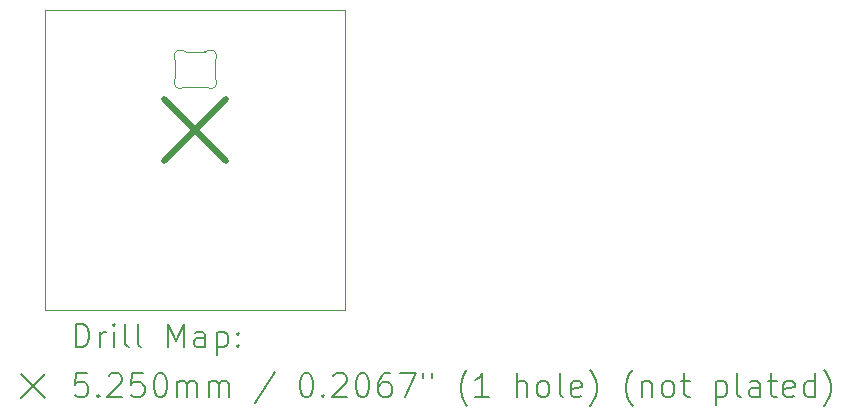
<source format=gbr>
%TF.GenerationSoftware,KiCad,Pcbnew,8.0.5+dfsg-1*%
%TF.CreationDate,2024-10-30T23:40:19+01:00*%
%TF.ProjectId,raddr,72616464-722e-46b6-9963-61645f706362,rev?*%
%TF.SameCoordinates,Original*%
%TF.FileFunction,Drillmap*%
%TF.FilePolarity,Positive*%
%FSLAX45Y45*%
G04 Gerber Fmt 4.5, Leading zero omitted, Abs format (unit mm)*
G04 Created by KiCad (PCBNEW 8.0.5+dfsg-1) date 2024-10-30 23:40:19*
%MOMM*%
%LPD*%
G01*
G04 APERTURE LIST*
%ADD10C,0.050000*%
%ADD11C,0.100000*%
%ADD12C,0.200000*%
%ADD13C,0.525000*%
G04 APERTURE END LIST*
D10*
X-381000Y508000D02*
X2159000Y508000D01*
X2159000Y-2032000D01*
X-381000Y-2032000D01*
X-381000Y508000D01*
D11*
X719000Y77904D02*
X719000Y-62664D01*
X809555Y-142380D02*
X968445Y-142380D01*
X968445Y157620D02*
X809555Y157620D01*
X1059000Y-62664D02*
X1059000Y77904D01*
X714052Y99592D02*
G75*
G02*
X719000Y77904I-44982J-21672D01*
G01*
X714052Y99592D02*
G75*
G02*
X784329Y164450I45051J21688D01*
G01*
X719000Y-62664D02*
G75*
G02*
X714052Y-84352I-50020J4D01*
G01*
X784329Y-149210D02*
G75*
G02*
X714052Y-84352I-25226J43170D01*
G01*
X784329Y-149210D02*
G75*
G02*
X809555Y-142380I25226J-43171D01*
G01*
X809555Y157620D02*
G75*
G02*
X784329Y164450I0J50001D01*
G01*
X968445Y-142380D02*
G75*
G02*
X993671Y-149210I0J-50001D01*
G01*
X993671Y164450D02*
G75*
G02*
X968445Y157620I-25226J43171D01*
G01*
X993671Y164450D02*
G75*
G02*
X1063948Y99592I25226J-43170D01*
G01*
X1059000Y77904D02*
G75*
G02*
X1063948Y99592I49999J0D01*
G01*
X1063948Y-84352D02*
G75*
G02*
X993671Y-149210I-45052J-21688D01*
G01*
X1063948Y-84352D02*
G75*
G02*
X1059000Y-62664I45051J21688D01*
G01*
D12*
D13*
X626500Y-245500D02*
X1151500Y-770500D01*
X1151500Y-245500D02*
X626500Y-770500D01*
D12*
X-122723Y-2345984D02*
X-122723Y-2145984D01*
X-122723Y-2145984D02*
X-75104Y-2145984D01*
X-75104Y-2145984D02*
X-46533Y-2155508D01*
X-46533Y-2155508D02*
X-27485Y-2174555D01*
X-27485Y-2174555D02*
X-17961Y-2193603D01*
X-17961Y-2193603D02*
X-8437Y-2231698D01*
X-8437Y-2231698D02*
X-8437Y-2260270D01*
X-8437Y-2260270D02*
X-17961Y-2298365D01*
X-17961Y-2298365D02*
X-27485Y-2317412D01*
X-27485Y-2317412D02*
X-46533Y-2336460D01*
X-46533Y-2336460D02*
X-75104Y-2345984D01*
X-75104Y-2345984D02*
X-122723Y-2345984D01*
X77277Y-2345984D02*
X77277Y-2212650D01*
X77277Y-2250746D02*
X86801Y-2231698D01*
X86801Y-2231698D02*
X96324Y-2222174D01*
X96324Y-2222174D02*
X115372Y-2212650D01*
X115372Y-2212650D02*
X134420Y-2212650D01*
X201086Y-2345984D02*
X201086Y-2212650D01*
X201086Y-2145984D02*
X191562Y-2155508D01*
X191562Y-2155508D02*
X201086Y-2165031D01*
X201086Y-2165031D02*
X210610Y-2155508D01*
X210610Y-2155508D02*
X201086Y-2145984D01*
X201086Y-2145984D02*
X201086Y-2165031D01*
X324896Y-2345984D02*
X305848Y-2336460D01*
X305848Y-2336460D02*
X296324Y-2317412D01*
X296324Y-2317412D02*
X296324Y-2145984D01*
X429658Y-2345984D02*
X410610Y-2336460D01*
X410610Y-2336460D02*
X401086Y-2317412D01*
X401086Y-2317412D02*
X401086Y-2145984D01*
X658229Y-2345984D02*
X658229Y-2145984D01*
X658229Y-2145984D02*
X724896Y-2288841D01*
X724896Y-2288841D02*
X791562Y-2145984D01*
X791562Y-2145984D02*
X791562Y-2345984D01*
X972515Y-2345984D02*
X972515Y-2241222D01*
X972515Y-2241222D02*
X962991Y-2222174D01*
X962991Y-2222174D02*
X943943Y-2212650D01*
X943943Y-2212650D02*
X905848Y-2212650D01*
X905848Y-2212650D02*
X886801Y-2222174D01*
X972515Y-2336460D02*
X953467Y-2345984D01*
X953467Y-2345984D02*
X905848Y-2345984D01*
X905848Y-2345984D02*
X886801Y-2336460D01*
X886801Y-2336460D02*
X877277Y-2317412D01*
X877277Y-2317412D02*
X877277Y-2298365D01*
X877277Y-2298365D02*
X886801Y-2279317D01*
X886801Y-2279317D02*
X905848Y-2269793D01*
X905848Y-2269793D02*
X953467Y-2269793D01*
X953467Y-2269793D02*
X972515Y-2260270D01*
X1067753Y-2212650D02*
X1067753Y-2412650D01*
X1067753Y-2222174D02*
X1086801Y-2212650D01*
X1086801Y-2212650D02*
X1124896Y-2212650D01*
X1124896Y-2212650D02*
X1143944Y-2222174D01*
X1143944Y-2222174D02*
X1153467Y-2231698D01*
X1153467Y-2231698D02*
X1162991Y-2250746D01*
X1162991Y-2250746D02*
X1162991Y-2307889D01*
X1162991Y-2307889D02*
X1153467Y-2326936D01*
X1153467Y-2326936D02*
X1143944Y-2336460D01*
X1143944Y-2336460D02*
X1124896Y-2345984D01*
X1124896Y-2345984D02*
X1086801Y-2345984D01*
X1086801Y-2345984D02*
X1067753Y-2336460D01*
X1248705Y-2326936D02*
X1258229Y-2336460D01*
X1258229Y-2336460D02*
X1248705Y-2345984D01*
X1248705Y-2345984D02*
X1239182Y-2336460D01*
X1239182Y-2336460D02*
X1248705Y-2326936D01*
X1248705Y-2326936D02*
X1248705Y-2345984D01*
X1248705Y-2222174D02*
X1258229Y-2231698D01*
X1258229Y-2231698D02*
X1248705Y-2241222D01*
X1248705Y-2241222D02*
X1239182Y-2231698D01*
X1239182Y-2231698D02*
X1248705Y-2222174D01*
X1248705Y-2222174D02*
X1248705Y-2241222D01*
X-583500Y-2574500D02*
X-383500Y-2774500D01*
X-383500Y-2574500D02*
X-583500Y-2774500D01*
X-27485Y-2565984D02*
X-122723Y-2565984D01*
X-122723Y-2565984D02*
X-132247Y-2661222D01*
X-132247Y-2661222D02*
X-122723Y-2651698D01*
X-122723Y-2651698D02*
X-103675Y-2642174D01*
X-103675Y-2642174D02*
X-56056Y-2642174D01*
X-56056Y-2642174D02*
X-37009Y-2651698D01*
X-37009Y-2651698D02*
X-27485Y-2661222D01*
X-27485Y-2661222D02*
X-17961Y-2680270D01*
X-17961Y-2680270D02*
X-17961Y-2727889D01*
X-17961Y-2727889D02*
X-27485Y-2746936D01*
X-27485Y-2746936D02*
X-37009Y-2756460D01*
X-37009Y-2756460D02*
X-56056Y-2765984D01*
X-56056Y-2765984D02*
X-103675Y-2765984D01*
X-103675Y-2765984D02*
X-122723Y-2756460D01*
X-122723Y-2756460D02*
X-132247Y-2746936D01*
X67753Y-2746936D02*
X77277Y-2756460D01*
X77277Y-2756460D02*
X67753Y-2765984D01*
X67753Y-2765984D02*
X58229Y-2756460D01*
X58229Y-2756460D02*
X67753Y-2746936D01*
X67753Y-2746936D02*
X67753Y-2765984D01*
X153467Y-2585031D02*
X162991Y-2575508D01*
X162991Y-2575508D02*
X182039Y-2565984D01*
X182039Y-2565984D02*
X229658Y-2565984D01*
X229658Y-2565984D02*
X248705Y-2575508D01*
X248705Y-2575508D02*
X258229Y-2585031D01*
X258229Y-2585031D02*
X267753Y-2604079D01*
X267753Y-2604079D02*
X267753Y-2623127D01*
X267753Y-2623127D02*
X258229Y-2651698D01*
X258229Y-2651698D02*
X143944Y-2765984D01*
X143944Y-2765984D02*
X267753Y-2765984D01*
X448705Y-2565984D02*
X353467Y-2565984D01*
X353467Y-2565984D02*
X343944Y-2661222D01*
X343944Y-2661222D02*
X353467Y-2651698D01*
X353467Y-2651698D02*
X372515Y-2642174D01*
X372515Y-2642174D02*
X420134Y-2642174D01*
X420134Y-2642174D02*
X439182Y-2651698D01*
X439182Y-2651698D02*
X448705Y-2661222D01*
X448705Y-2661222D02*
X458229Y-2680270D01*
X458229Y-2680270D02*
X458229Y-2727889D01*
X458229Y-2727889D02*
X448705Y-2746936D01*
X448705Y-2746936D02*
X439182Y-2756460D01*
X439182Y-2756460D02*
X420134Y-2765984D01*
X420134Y-2765984D02*
X372515Y-2765984D01*
X372515Y-2765984D02*
X353467Y-2756460D01*
X353467Y-2756460D02*
X343944Y-2746936D01*
X582039Y-2565984D02*
X601086Y-2565984D01*
X601086Y-2565984D02*
X620134Y-2575508D01*
X620134Y-2575508D02*
X629658Y-2585031D01*
X629658Y-2585031D02*
X639182Y-2604079D01*
X639182Y-2604079D02*
X648705Y-2642174D01*
X648705Y-2642174D02*
X648705Y-2689793D01*
X648705Y-2689793D02*
X639182Y-2727889D01*
X639182Y-2727889D02*
X629658Y-2746936D01*
X629658Y-2746936D02*
X620134Y-2756460D01*
X620134Y-2756460D02*
X601086Y-2765984D01*
X601086Y-2765984D02*
X582039Y-2765984D01*
X582039Y-2765984D02*
X562991Y-2756460D01*
X562991Y-2756460D02*
X553467Y-2746936D01*
X553467Y-2746936D02*
X543944Y-2727889D01*
X543944Y-2727889D02*
X534420Y-2689793D01*
X534420Y-2689793D02*
X534420Y-2642174D01*
X534420Y-2642174D02*
X543944Y-2604079D01*
X543944Y-2604079D02*
X553467Y-2585031D01*
X553467Y-2585031D02*
X562991Y-2575508D01*
X562991Y-2575508D02*
X582039Y-2565984D01*
X734420Y-2765984D02*
X734420Y-2632650D01*
X734420Y-2651698D02*
X743943Y-2642174D01*
X743943Y-2642174D02*
X762991Y-2632650D01*
X762991Y-2632650D02*
X791563Y-2632650D01*
X791563Y-2632650D02*
X810610Y-2642174D01*
X810610Y-2642174D02*
X820134Y-2661222D01*
X820134Y-2661222D02*
X820134Y-2765984D01*
X820134Y-2661222D02*
X829658Y-2642174D01*
X829658Y-2642174D02*
X848705Y-2632650D01*
X848705Y-2632650D02*
X877277Y-2632650D01*
X877277Y-2632650D02*
X896324Y-2642174D01*
X896324Y-2642174D02*
X905848Y-2661222D01*
X905848Y-2661222D02*
X905848Y-2765984D01*
X1001086Y-2765984D02*
X1001086Y-2632650D01*
X1001086Y-2651698D02*
X1010610Y-2642174D01*
X1010610Y-2642174D02*
X1029658Y-2632650D01*
X1029658Y-2632650D02*
X1058229Y-2632650D01*
X1058229Y-2632650D02*
X1077277Y-2642174D01*
X1077277Y-2642174D02*
X1086801Y-2661222D01*
X1086801Y-2661222D02*
X1086801Y-2765984D01*
X1086801Y-2661222D02*
X1096325Y-2642174D01*
X1096325Y-2642174D02*
X1115372Y-2632650D01*
X1115372Y-2632650D02*
X1143944Y-2632650D01*
X1143944Y-2632650D02*
X1162991Y-2642174D01*
X1162991Y-2642174D02*
X1172515Y-2661222D01*
X1172515Y-2661222D02*
X1172515Y-2765984D01*
X1562991Y-2556460D02*
X1391563Y-2813603D01*
X1820134Y-2565984D02*
X1839182Y-2565984D01*
X1839182Y-2565984D02*
X1858229Y-2575508D01*
X1858229Y-2575508D02*
X1867753Y-2585031D01*
X1867753Y-2585031D02*
X1877277Y-2604079D01*
X1877277Y-2604079D02*
X1886801Y-2642174D01*
X1886801Y-2642174D02*
X1886801Y-2689793D01*
X1886801Y-2689793D02*
X1877277Y-2727889D01*
X1877277Y-2727889D02*
X1867753Y-2746936D01*
X1867753Y-2746936D02*
X1858229Y-2756460D01*
X1858229Y-2756460D02*
X1839182Y-2765984D01*
X1839182Y-2765984D02*
X1820134Y-2765984D01*
X1820134Y-2765984D02*
X1801086Y-2756460D01*
X1801086Y-2756460D02*
X1791563Y-2746936D01*
X1791563Y-2746936D02*
X1782039Y-2727889D01*
X1782039Y-2727889D02*
X1772515Y-2689793D01*
X1772515Y-2689793D02*
X1772515Y-2642174D01*
X1772515Y-2642174D02*
X1782039Y-2604079D01*
X1782039Y-2604079D02*
X1791563Y-2585031D01*
X1791563Y-2585031D02*
X1801086Y-2575508D01*
X1801086Y-2575508D02*
X1820134Y-2565984D01*
X1972515Y-2746936D02*
X1982039Y-2756460D01*
X1982039Y-2756460D02*
X1972515Y-2765984D01*
X1972515Y-2765984D02*
X1962991Y-2756460D01*
X1962991Y-2756460D02*
X1972515Y-2746936D01*
X1972515Y-2746936D02*
X1972515Y-2765984D01*
X2058229Y-2585031D02*
X2067753Y-2575508D01*
X2067753Y-2575508D02*
X2086801Y-2565984D01*
X2086801Y-2565984D02*
X2134420Y-2565984D01*
X2134420Y-2565984D02*
X2153468Y-2575508D01*
X2153468Y-2575508D02*
X2162991Y-2585031D01*
X2162991Y-2585031D02*
X2172515Y-2604079D01*
X2172515Y-2604079D02*
X2172515Y-2623127D01*
X2172515Y-2623127D02*
X2162991Y-2651698D01*
X2162991Y-2651698D02*
X2048706Y-2765984D01*
X2048706Y-2765984D02*
X2172515Y-2765984D01*
X2296325Y-2565984D02*
X2315372Y-2565984D01*
X2315372Y-2565984D02*
X2334420Y-2575508D01*
X2334420Y-2575508D02*
X2343944Y-2585031D01*
X2343944Y-2585031D02*
X2353468Y-2604079D01*
X2353468Y-2604079D02*
X2362991Y-2642174D01*
X2362991Y-2642174D02*
X2362991Y-2689793D01*
X2362991Y-2689793D02*
X2353468Y-2727889D01*
X2353468Y-2727889D02*
X2343944Y-2746936D01*
X2343944Y-2746936D02*
X2334420Y-2756460D01*
X2334420Y-2756460D02*
X2315372Y-2765984D01*
X2315372Y-2765984D02*
X2296325Y-2765984D01*
X2296325Y-2765984D02*
X2277277Y-2756460D01*
X2277277Y-2756460D02*
X2267753Y-2746936D01*
X2267753Y-2746936D02*
X2258229Y-2727889D01*
X2258229Y-2727889D02*
X2248706Y-2689793D01*
X2248706Y-2689793D02*
X2248706Y-2642174D01*
X2248706Y-2642174D02*
X2258229Y-2604079D01*
X2258229Y-2604079D02*
X2267753Y-2585031D01*
X2267753Y-2585031D02*
X2277277Y-2575508D01*
X2277277Y-2575508D02*
X2296325Y-2565984D01*
X2534420Y-2565984D02*
X2496325Y-2565984D01*
X2496325Y-2565984D02*
X2477277Y-2575508D01*
X2477277Y-2575508D02*
X2467753Y-2585031D01*
X2467753Y-2585031D02*
X2448706Y-2613603D01*
X2448706Y-2613603D02*
X2439182Y-2651698D01*
X2439182Y-2651698D02*
X2439182Y-2727889D01*
X2439182Y-2727889D02*
X2448706Y-2746936D01*
X2448706Y-2746936D02*
X2458229Y-2756460D01*
X2458229Y-2756460D02*
X2477277Y-2765984D01*
X2477277Y-2765984D02*
X2515372Y-2765984D01*
X2515372Y-2765984D02*
X2534420Y-2756460D01*
X2534420Y-2756460D02*
X2543944Y-2746936D01*
X2543944Y-2746936D02*
X2553468Y-2727889D01*
X2553468Y-2727889D02*
X2553468Y-2680270D01*
X2553468Y-2680270D02*
X2543944Y-2661222D01*
X2543944Y-2661222D02*
X2534420Y-2651698D01*
X2534420Y-2651698D02*
X2515372Y-2642174D01*
X2515372Y-2642174D02*
X2477277Y-2642174D01*
X2477277Y-2642174D02*
X2458229Y-2651698D01*
X2458229Y-2651698D02*
X2448706Y-2661222D01*
X2448706Y-2661222D02*
X2439182Y-2680270D01*
X2620134Y-2565984D02*
X2753468Y-2565984D01*
X2753468Y-2565984D02*
X2667753Y-2765984D01*
X2820134Y-2565984D02*
X2820134Y-2604079D01*
X2896325Y-2565984D02*
X2896325Y-2604079D01*
X3191563Y-2842174D02*
X3182039Y-2832650D01*
X3182039Y-2832650D02*
X3162991Y-2804079D01*
X3162991Y-2804079D02*
X3153468Y-2785031D01*
X3153468Y-2785031D02*
X3143944Y-2756460D01*
X3143944Y-2756460D02*
X3134420Y-2708841D01*
X3134420Y-2708841D02*
X3134420Y-2670746D01*
X3134420Y-2670746D02*
X3143944Y-2623127D01*
X3143944Y-2623127D02*
X3153468Y-2594555D01*
X3153468Y-2594555D02*
X3162991Y-2575508D01*
X3162991Y-2575508D02*
X3182039Y-2546936D01*
X3182039Y-2546936D02*
X3191563Y-2537412D01*
X3372515Y-2765984D02*
X3258229Y-2765984D01*
X3315372Y-2765984D02*
X3315372Y-2565984D01*
X3315372Y-2565984D02*
X3296325Y-2594555D01*
X3296325Y-2594555D02*
X3277277Y-2613603D01*
X3277277Y-2613603D02*
X3258229Y-2623127D01*
X3610610Y-2765984D02*
X3610610Y-2565984D01*
X3696325Y-2765984D02*
X3696325Y-2661222D01*
X3696325Y-2661222D02*
X3686801Y-2642174D01*
X3686801Y-2642174D02*
X3667753Y-2632650D01*
X3667753Y-2632650D02*
X3639182Y-2632650D01*
X3639182Y-2632650D02*
X3620134Y-2642174D01*
X3620134Y-2642174D02*
X3610610Y-2651698D01*
X3820134Y-2765984D02*
X3801087Y-2756460D01*
X3801087Y-2756460D02*
X3791563Y-2746936D01*
X3791563Y-2746936D02*
X3782039Y-2727889D01*
X3782039Y-2727889D02*
X3782039Y-2670746D01*
X3782039Y-2670746D02*
X3791563Y-2651698D01*
X3791563Y-2651698D02*
X3801087Y-2642174D01*
X3801087Y-2642174D02*
X3820134Y-2632650D01*
X3820134Y-2632650D02*
X3848706Y-2632650D01*
X3848706Y-2632650D02*
X3867753Y-2642174D01*
X3867753Y-2642174D02*
X3877277Y-2651698D01*
X3877277Y-2651698D02*
X3886801Y-2670746D01*
X3886801Y-2670746D02*
X3886801Y-2727889D01*
X3886801Y-2727889D02*
X3877277Y-2746936D01*
X3877277Y-2746936D02*
X3867753Y-2756460D01*
X3867753Y-2756460D02*
X3848706Y-2765984D01*
X3848706Y-2765984D02*
X3820134Y-2765984D01*
X4001087Y-2765984D02*
X3982039Y-2756460D01*
X3982039Y-2756460D02*
X3972515Y-2737412D01*
X3972515Y-2737412D02*
X3972515Y-2565984D01*
X4153468Y-2756460D02*
X4134420Y-2765984D01*
X4134420Y-2765984D02*
X4096325Y-2765984D01*
X4096325Y-2765984D02*
X4077277Y-2756460D01*
X4077277Y-2756460D02*
X4067753Y-2737412D01*
X4067753Y-2737412D02*
X4067753Y-2661222D01*
X4067753Y-2661222D02*
X4077277Y-2642174D01*
X4077277Y-2642174D02*
X4096325Y-2632650D01*
X4096325Y-2632650D02*
X4134420Y-2632650D01*
X4134420Y-2632650D02*
X4153468Y-2642174D01*
X4153468Y-2642174D02*
X4162991Y-2661222D01*
X4162991Y-2661222D02*
X4162991Y-2680270D01*
X4162991Y-2680270D02*
X4067753Y-2699317D01*
X4229658Y-2842174D02*
X4239182Y-2832650D01*
X4239182Y-2832650D02*
X4258230Y-2804079D01*
X4258230Y-2804079D02*
X4267753Y-2785031D01*
X4267753Y-2785031D02*
X4277277Y-2756460D01*
X4277277Y-2756460D02*
X4286801Y-2708841D01*
X4286801Y-2708841D02*
X4286801Y-2670746D01*
X4286801Y-2670746D02*
X4277277Y-2623127D01*
X4277277Y-2623127D02*
X4267753Y-2594555D01*
X4267753Y-2594555D02*
X4258230Y-2575508D01*
X4258230Y-2575508D02*
X4239182Y-2546936D01*
X4239182Y-2546936D02*
X4229658Y-2537412D01*
X4591563Y-2842174D02*
X4582039Y-2832650D01*
X4582039Y-2832650D02*
X4562992Y-2804079D01*
X4562992Y-2804079D02*
X4553468Y-2785031D01*
X4553468Y-2785031D02*
X4543944Y-2756460D01*
X4543944Y-2756460D02*
X4534420Y-2708841D01*
X4534420Y-2708841D02*
X4534420Y-2670746D01*
X4534420Y-2670746D02*
X4543944Y-2623127D01*
X4543944Y-2623127D02*
X4553468Y-2594555D01*
X4553468Y-2594555D02*
X4562992Y-2575508D01*
X4562992Y-2575508D02*
X4582039Y-2546936D01*
X4582039Y-2546936D02*
X4591563Y-2537412D01*
X4667753Y-2632650D02*
X4667753Y-2765984D01*
X4667753Y-2651698D02*
X4677277Y-2642174D01*
X4677277Y-2642174D02*
X4696325Y-2632650D01*
X4696325Y-2632650D02*
X4724896Y-2632650D01*
X4724896Y-2632650D02*
X4743944Y-2642174D01*
X4743944Y-2642174D02*
X4753468Y-2661222D01*
X4753468Y-2661222D02*
X4753468Y-2765984D01*
X4877277Y-2765984D02*
X4858230Y-2756460D01*
X4858230Y-2756460D02*
X4848706Y-2746936D01*
X4848706Y-2746936D02*
X4839182Y-2727889D01*
X4839182Y-2727889D02*
X4839182Y-2670746D01*
X4839182Y-2670746D02*
X4848706Y-2651698D01*
X4848706Y-2651698D02*
X4858230Y-2642174D01*
X4858230Y-2642174D02*
X4877277Y-2632650D01*
X4877277Y-2632650D02*
X4905849Y-2632650D01*
X4905849Y-2632650D02*
X4924896Y-2642174D01*
X4924896Y-2642174D02*
X4934420Y-2651698D01*
X4934420Y-2651698D02*
X4943944Y-2670746D01*
X4943944Y-2670746D02*
X4943944Y-2727889D01*
X4943944Y-2727889D02*
X4934420Y-2746936D01*
X4934420Y-2746936D02*
X4924896Y-2756460D01*
X4924896Y-2756460D02*
X4905849Y-2765984D01*
X4905849Y-2765984D02*
X4877277Y-2765984D01*
X5001087Y-2632650D02*
X5077277Y-2632650D01*
X5029658Y-2565984D02*
X5029658Y-2737412D01*
X5029658Y-2737412D02*
X5039182Y-2756460D01*
X5039182Y-2756460D02*
X5058230Y-2765984D01*
X5058230Y-2765984D02*
X5077277Y-2765984D01*
X5296325Y-2632650D02*
X5296325Y-2832650D01*
X5296325Y-2642174D02*
X5315373Y-2632650D01*
X5315373Y-2632650D02*
X5353468Y-2632650D01*
X5353468Y-2632650D02*
X5372515Y-2642174D01*
X5372515Y-2642174D02*
X5382039Y-2651698D01*
X5382039Y-2651698D02*
X5391563Y-2670746D01*
X5391563Y-2670746D02*
X5391563Y-2727889D01*
X5391563Y-2727889D02*
X5382039Y-2746936D01*
X5382039Y-2746936D02*
X5372515Y-2756460D01*
X5372515Y-2756460D02*
X5353468Y-2765984D01*
X5353468Y-2765984D02*
X5315373Y-2765984D01*
X5315373Y-2765984D02*
X5296325Y-2756460D01*
X5505849Y-2765984D02*
X5486801Y-2756460D01*
X5486801Y-2756460D02*
X5477277Y-2737412D01*
X5477277Y-2737412D02*
X5477277Y-2565984D01*
X5667753Y-2765984D02*
X5667753Y-2661222D01*
X5667753Y-2661222D02*
X5658230Y-2642174D01*
X5658230Y-2642174D02*
X5639182Y-2632650D01*
X5639182Y-2632650D02*
X5601087Y-2632650D01*
X5601087Y-2632650D02*
X5582039Y-2642174D01*
X5667753Y-2756460D02*
X5648706Y-2765984D01*
X5648706Y-2765984D02*
X5601087Y-2765984D01*
X5601087Y-2765984D02*
X5582039Y-2756460D01*
X5582039Y-2756460D02*
X5572515Y-2737412D01*
X5572515Y-2737412D02*
X5572515Y-2718365D01*
X5572515Y-2718365D02*
X5582039Y-2699317D01*
X5582039Y-2699317D02*
X5601087Y-2689793D01*
X5601087Y-2689793D02*
X5648706Y-2689793D01*
X5648706Y-2689793D02*
X5667753Y-2680270D01*
X5734420Y-2632650D02*
X5810611Y-2632650D01*
X5762992Y-2565984D02*
X5762992Y-2737412D01*
X5762992Y-2737412D02*
X5772515Y-2756460D01*
X5772515Y-2756460D02*
X5791563Y-2765984D01*
X5791563Y-2765984D02*
X5810611Y-2765984D01*
X5953468Y-2756460D02*
X5934420Y-2765984D01*
X5934420Y-2765984D02*
X5896325Y-2765984D01*
X5896325Y-2765984D02*
X5877277Y-2756460D01*
X5877277Y-2756460D02*
X5867753Y-2737412D01*
X5867753Y-2737412D02*
X5867753Y-2661222D01*
X5867753Y-2661222D02*
X5877277Y-2642174D01*
X5877277Y-2642174D02*
X5896325Y-2632650D01*
X5896325Y-2632650D02*
X5934420Y-2632650D01*
X5934420Y-2632650D02*
X5953468Y-2642174D01*
X5953468Y-2642174D02*
X5962992Y-2661222D01*
X5962992Y-2661222D02*
X5962992Y-2680270D01*
X5962992Y-2680270D02*
X5867753Y-2699317D01*
X6134420Y-2765984D02*
X6134420Y-2565984D01*
X6134420Y-2756460D02*
X6115373Y-2765984D01*
X6115373Y-2765984D02*
X6077277Y-2765984D01*
X6077277Y-2765984D02*
X6058230Y-2756460D01*
X6058230Y-2756460D02*
X6048706Y-2746936D01*
X6048706Y-2746936D02*
X6039182Y-2727889D01*
X6039182Y-2727889D02*
X6039182Y-2670746D01*
X6039182Y-2670746D02*
X6048706Y-2651698D01*
X6048706Y-2651698D02*
X6058230Y-2642174D01*
X6058230Y-2642174D02*
X6077277Y-2632650D01*
X6077277Y-2632650D02*
X6115373Y-2632650D01*
X6115373Y-2632650D02*
X6134420Y-2642174D01*
X6210611Y-2842174D02*
X6220134Y-2832650D01*
X6220134Y-2832650D02*
X6239182Y-2804079D01*
X6239182Y-2804079D02*
X6248706Y-2785031D01*
X6248706Y-2785031D02*
X6258230Y-2756460D01*
X6258230Y-2756460D02*
X6267753Y-2708841D01*
X6267753Y-2708841D02*
X6267753Y-2670746D01*
X6267753Y-2670746D02*
X6258230Y-2623127D01*
X6258230Y-2623127D02*
X6248706Y-2594555D01*
X6248706Y-2594555D02*
X6239182Y-2575508D01*
X6239182Y-2575508D02*
X6220134Y-2546936D01*
X6220134Y-2546936D02*
X6210611Y-2537412D01*
M02*

</source>
